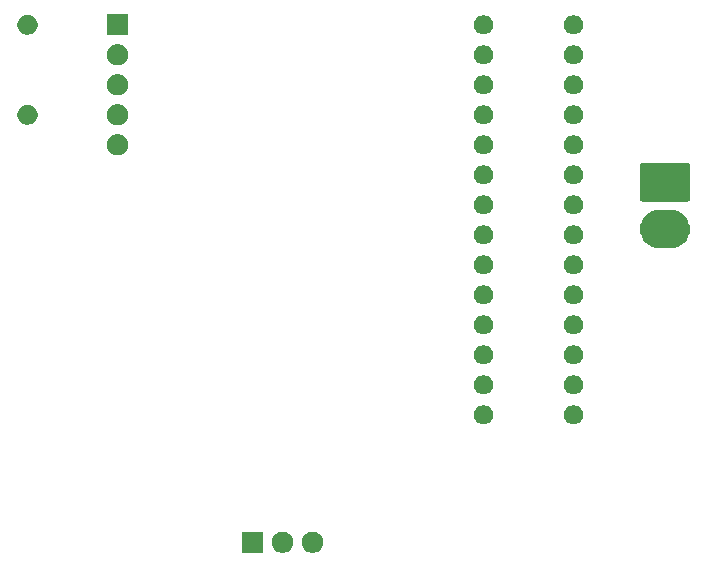
<source format=gbs>
G04 #@! TF.GenerationSoftware,KiCad,Pcbnew,(5.1.5)-3*
G04 #@! TF.CreationDate,2021-02-10T11:03:33-05:00*
G04 #@! TF.ProjectId,PCB,5043422e-6b69-4636-9164-5f7063625858,rev?*
G04 #@! TF.SameCoordinates,Original*
G04 #@! TF.FileFunction,Soldermask,Bot*
G04 #@! TF.FilePolarity,Negative*
%FSLAX46Y46*%
G04 Gerber Fmt 4.6, Leading zero omitted, Abs format (unit mm)*
G04 Created by KiCad (PCBNEW (5.1.5)-3) date 2021-02-10 11:03:33*
%MOMM*%
%LPD*%
G04 APERTURE LIST*
%ADD10C,0.100000*%
G04 APERTURE END LIST*
D10*
G36*
X125241732Y-127380739D02*
G01*
X125357754Y-127403817D01*
X125521689Y-127471721D01*
X125669227Y-127570303D01*
X125794697Y-127695773D01*
X125893279Y-127843311D01*
X125961183Y-128007246D01*
X125995800Y-128181279D01*
X125995800Y-128358721D01*
X125961183Y-128532754D01*
X125893279Y-128696689D01*
X125794697Y-128844227D01*
X125669227Y-128969697D01*
X125521689Y-129068279D01*
X125357754Y-129136183D01*
X125241732Y-129159261D01*
X125183722Y-129170800D01*
X125006278Y-129170800D01*
X124948268Y-129159261D01*
X124832246Y-129136183D01*
X124668311Y-129068279D01*
X124520773Y-128969697D01*
X124395303Y-128844227D01*
X124296721Y-128696689D01*
X124228817Y-128532754D01*
X124194200Y-128358721D01*
X124194200Y-128181279D01*
X124228817Y-128007246D01*
X124296721Y-127843311D01*
X124395303Y-127695773D01*
X124520773Y-127570303D01*
X124668311Y-127471721D01*
X124832246Y-127403817D01*
X124948268Y-127380739D01*
X125006278Y-127369200D01*
X125183722Y-127369200D01*
X125241732Y-127380739D01*
G37*
G36*
X122701732Y-127380739D02*
G01*
X122817754Y-127403817D01*
X122981689Y-127471721D01*
X123129227Y-127570303D01*
X123254697Y-127695773D01*
X123353279Y-127843311D01*
X123421183Y-128007246D01*
X123455800Y-128181279D01*
X123455800Y-128358721D01*
X123421183Y-128532754D01*
X123353279Y-128696689D01*
X123254697Y-128844227D01*
X123129227Y-128969697D01*
X122981689Y-129068279D01*
X122817754Y-129136183D01*
X122701732Y-129159261D01*
X122643722Y-129170800D01*
X122466278Y-129170800D01*
X122408268Y-129159261D01*
X122292246Y-129136183D01*
X122128311Y-129068279D01*
X121980773Y-128969697D01*
X121855303Y-128844227D01*
X121756721Y-128696689D01*
X121688817Y-128532754D01*
X121654200Y-128358721D01*
X121654200Y-128181279D01*
X121688817Y-128007246D01*
X121756721Y-127843311D01*
X121855303Y-127695773D01*
X121980773Y-127570303D01*
X122128311Y-127471721D01*
X122292246Y-127403817D01*
X122408268Y-127380739D01*
X122466278Y-127369200D01*
X122643722Y-127369200D01*
X122701732Y-127380739D01*
G37*
G36*
X120915800Y-129170800D02*
G01*
X119114200Y-129170800D01*
X119114200Y-127369200D01*
X120915800Y-127369200D01*
X120915800Y-129170800D01*
G37*
G36*
X147430085Y-116693435D02*
G01*
X147578004Y-116754705D01*
X147578005Y-116754706D01*
X147711130Y-116843657D01*
X147824343Y-116956870D01*
X147824344Y-116956872D01*
X147913295Y-117089996D01*
X147974565Y-117237915D01*
X148005800Y-117394945D01*
X148005800Y-117555055D01*
X147974565Y-117712085D01*
X147913295Y-117860004D01*
X147913294Y-117860005D01*
X147824343Y-117993130D01*
X147711130Y-118106343D01*
X147644115Y-118151121D01*
X147578004Y-118195295D01*
X147430085Y-118256565D01*
X147273055Y-118287800D01*
X147112945Y-118287800D01*
X146955915Y-118256565D01*
X146807996Y-118195295D01*
X146741885Y-118151121D01*
X146674870Y-118106343D01*
X146561657Y-117993130D01*
X146472706Y-117860005D01*
X146472705Y-117860004D01*
X146411435Y-117712085D01*
X146380200Y-117555055D01*
X146380200Y-117394945D01*
X146411435Y-117237915D01*
X146472705Y-117089996D01*
X146561656Y-116956872D01*
X146561657Y-116956870D01*
X146674870Y-116843657D01*
X146807995Y-116754706D01*
X146807996Y-116754705D01*
X146955915Y-116693435D01*
X147112945Y-116662200D01*
X147273055Y-116662200D01*
X147430085Y-116693435D01*
G37*
G36*
X139810085Y-116693435D02*
G01*
X139958004Y-116754705D01*
X139958005Y-116754706D01*
X140091130Y-116843657D01*
X140204343Y-116956870D01*
X140204344Y-116956872D01*
X140293295Y-117089996D01*
X140354565Y-117237915D01*
X140385800Y-117394945D01*
X140385800Y-117555055D01*
X140354565Y-117712085D01*
X140293295Y-117860004D01*
X140293294Y-117860005D01*
X140204343Y-117993130D01*
X140091130Y-118106343D01*
X140024115Y-118151121D01*
X139958004Y-118195295D01*
X139810085Y-118256565D01*
X139653055Y-118287800D01*
X139492945Y-118287800D01*
X139335915Y-118256565D01*
X139187996Y-118195295D01*
X139121885Y-118151121D01*
X139054870Y-118106343D01*
X138941657Y-117993130D01*
X138852706Y-117860005D01*
X138852705Y-117860004D01*
X138791435Y-117712085D01*
X138760200Y-117555055D01*
X138760200Y-117394945D01*
X138791435Y-117237915D01*
X138852705Y-117089996D01*
X138941656Y-116956872D01*
X138941657Y-116956870D01*
X139054870Y-116843657D01*
X139187995Y-116754706D01*
X139187996Y-116754705D01*
X139335915Y-116693435D01*
X139492945Y-116662200D01*
X139653055Y-116662200D01*
X139810085Y-116693435D01*
G37*
G36*
X139810085Y-114153435D02*
G01*
X139958004Y-114214705D01*
X139958005Y-114214706D01*
X140091130Y-114303657D01*
X140204343Y-114416870D01*
X140204344Y-114416872D01*
X140293295Y-114549996D01*
X140354565Y-114697915D01*
X140385800Y-114854945D01*
X140385800Y-115015055D01*
X140354565Y-115172085D01*
X140293295Y-115320004D01*
X140293294Y-115320005D01*
X140204343Y-115453130D01*
X140091130Y-115566343D01*
X140024115Y-115611121D01*
X139958004Y-115655295D01*
X139810085Y-115716565D01*
X139653055Y-115747800D01*
X139492945Y-115747800D01*
X139335915Y-115716565D01*
X139187996Y-115655295D01*
X139121885Y-115611121D01*
X139054870Y-115566343D01*
X138941657Y-115453130D01*
X138852706Y-115320005D01*
X138852705Y-115320004D01*
X138791435Y-115172085D01*
X138760200Y-115015055D01*
X138760200Y-114854945D01*
X138791435Y-114697915D01*
X138852705Y-114549996D01*
X138941656Y-114416872D01*
X138941657Y-114416870D01*
X139054870Y-114303657D01*
X139187995Y-114214706D01*
X139187996Y-114214705D01*
X139335915Y-114153435D01*
X139492945Y-114122200D01*
X139653055Y-114122200D01*
X139810085Y-114153435D01*
G37*
G36*
X147430085Y-114153435D02*
G01*
X147578004Y-114214705D01*
X147578005Y-114214706D01*
X147711130Y-114303657D01*
X147824343Y-114416870D01*
X147824344Y-114416872D01*
X147913295Y-114549996D01*
X147974565Y-114697915D01*
X148005800Y-114854945D01*
X148005800Y-115015055D01*
X147974565Y-115172085D01*
X147913295Y-115320004D01*
X147913294Y-115320005D01*
X147824343Y-115453130D01*
X147711130Y-115566343D01*
X147644115Y-115611121D01*
X147578004Y-115655295D01*
X147430085Y-115716565D01*
X147273055Y-115747800D01*
X147112945Y-115747800D01*
X146955915Y-115716565D01*
X146807996Y-115655295D01*
X146741885Y-115611121D01*
X146674870Y-115566343D01*
X146561657Y-115453130D01*
X146472706Y-115320005D01*
X146472705Y-115320004D01*
X146411435Y-115172085D01*
X146380200Y-115015055D01*
X146380200Y-114854945D01*
X146411435Y-114697915D01*
X146472705Y-114549996D01*
X146561656Y-114416872D01*
X146561657Y-114416870D01*
X146674870Y-114303657D01*
X146807995Y-114214706D01*
X146807996Y-114214705D01*
X146955915Y-114153435D01*
X147112945Y-114122200D01*
X147273055Y-114122200D01*
X147430085Y-114153435D01*
G37*
G36*
X139810085Y-111613435D02*
G01*
X139958004Y-111674705D01*
X139958005Y-111674706D01*
X140091130Y-111763657D01*
X140204343Y-111876870D01*
X140204344Y-111876872D01*
X140293295Y-112009996D01*
X140354565Y-112157915D01*
X140385800Y-112314945D01*
X140385800Y-112475055D01*
X140354565Y-112632085D01*
X140293295Y-112780004D01*
X140293294Y-112780005D01*
X140204343Y-112913130D01*
X140091130Y-113026343D01*
X140024115Y-113071121D01*
X139958004Y-113115295D01*
X139810085Y-113176565D01*
X139653055Y-113207800D01*
X139492945Y-113207800D01*
X139335915Y-113176565D01*
X139187996Y-113115295D01*
X139121885Y-113071121D01*
X139054870Y-113026343D01*
X138941657Y-112913130D01*
X138852706Y-112780005D01*
X138852705Y-112780004D01*
X138791435Y-112632085D01*
X138760200Y-112475055D01*
X138760200Y-112314945D01*
X138791435Y-112157915D01*
X138852705Y-112009996D01*
X138941656Y-111876872D01*
X138941657Y-111876870D01*
X139054870Y-111763657D01*
X139187995Y-111674706D01*
X139187996Y-111674705D01*
X139335915Y-111613435D01*
X139492945Y-111582200D01*
X139653055Y-111582200D01*
X139810085Y-111613435D01*
G37*
G36*
X147430085Y-111613435D02*
G01*
X147578004Y-111674705D01*
X147578005Y-111674706D01*
X147711130Y-111763657D01*
X147824343Y-111876870D01*
X147824344Y-111876872D01*
X147913295Y-112009996D01*
X147974565Y-112157915D01*
X148005800Y-112314945D01*
X148005800Y-112475055D01*
X147974565Y-112632085D01*
X147913295Y-112780004D01*
X147913294Y-112780005D01*
X147824343Y-112913130D01*
X147711130Y-113026343D01*
X147644115Y-113071121D01*
X147578004Y-113115295D01*
X147430085Y-113176565D01*
X147273055Y-113207800D01*
X147112945Y-113207800D01*
X146955915Y-113176565D01*
X146807996Y-113115295D01*
X146741885Y-113071121D01*
X146674870Y-113026343D01*
X146561657Y-112913130D01*
X146472706Y-112780005D01*
X146472705Y-112780004D01*
X146411435Y-112632085D01*
X146380200Y-112475055D01*
X146380200Y-112314945D01*
X146411435Y-112157915D01*
X146472705Y-112009996D01*
X146561656Y-111876872D01*
X146561657Y-111876870D01*
X146674870Y-111763657D01*
X146807995Y-111674706D01*
X146807996Y-111674705D01*
X146955915Y-111613435D01*
X147112945Y-111582200D01*
X147273055Y-111582200D01*
X147430085Y-111613435D01*
G37*
G36*
X139810085Y-109073435D02*
G01*
X139958004Y-109134705D01*
X139958005Y-109134706D01*
X140091130Y-109223657D01*
X140204343Y-109336870D01*
X140204344Y-109336872D01*
X140293295Y-109469996D01*
X140354565Y-109617915D01*
X140385800Y-109774945D01*
X140385800Y-109935055D01*
X140354565Y-110092085D01*
X140293295Y-110240004D01*
X140293294Y-110240005D01*
X140204343Y-110373130D01*
X140091130Y-110486343D01*
X140024115Y-110531121D01*
X139958004Y-110575295D01*
X139810085Y-110636565D01*
X139653055Y-110667800D01*
X139492945Y-110667800D01*
X139335915Y-110636565D01*
X139187996Y-110575295D01*
X139121885Y-110531121D01*
X139054870Y-110486343D01*
X138941657Y-110373130D01*
X138852706Y-110240005D01*
X138852705Y-110240004D01*
X138791435Y-110092085D01*
X138760200Y-109935055D01*
X138760200Y-109774945D01*
X138791435Y-109617915D01*
X138852705Y-109469996D01*
X138941656Y-109336872D01*
X138941657Y-109336870D01*
X139054870Y-109223657D01*
X139187995Y-109134706D01*
X139187996Y-109134705D01*
X139335915Y-109073435D01*
X139492945Y-109042200D01*
X139653055Y-109042200D01*
X139810085Y-109073435D01*
G37*
G36*
X147430085Y-109073435D02*
G01*
X147578004Y-109134705D01*
X147578005Y-109134706D01*
X147711130Y-109223657D01*
X147824343Y-109336870D01*
X147824344Y-109336872D01*
X147913295Y-109469996D01*
X147974565Y-109617915D01*
X148005800Y-109774945D01*
X148005800Y-109935055D01*
X147974565Y-110092085D01*
X147913295Y-110240004D01*
X147913294Y-110240005D01*
X147824343Y-110373130D01*
X147711130Y-110486343D01*
X147644115Y-110531121D01*
X147578004Y-110575295D01*
X147430085Y-110636565D01*
X147273055Y-110667800D01*
X147112945Y-110667800D01*
X146955915Y-110636565D01*
X146807996Y-110575295D01*
X146741885Y-110531121D01*
X146674870Y-110486343D01*
X146561657Y-110373130D01*
X146472706Y-110240005D01*
X146472705Y-110240004D01*
X146411435Y-110092085D01*
X146380200Y-109935055D01*
X146380200Y-109774945D01*
X146411435Y-109617915D01*
X146472705Y-109469996D01*
X146561656Y-109336872D01*
X146561657Y-109336870D01*
X146674870Y-109223657D01*
X146807995Y-109134706D01*
X146807996Y-109134705D01*
X146955915Y-109073435D01*
X147112945Y-109042200D01*
X147273055Y-109042200D01*
X147430085Y-109073435D01*
G37*
G36*
X139810085Y-106533435D02*
G01*
X139958004Y-106594705D01*
X139958005Y-106594706D01*
X140091130Y-106683657D01*
X140204343Y-106796870D01*
X140204344Y-106796872D01*
X140293295Y-106929996D01*
X140354565Y-107077915D01*
X140385800Y-107234945D01*
X140385800Y-107395055D01*
X140354565Y-107552085D01*
X140293295Y-107700004D01*
X140293294Y-107700005D01*
X140204343Y-107833130D01*
X140091130Y-107946343D01*
X140024115Y-107991121D01*
X139958004Y-108035295D01*
X139810085Y-108096565D01*
X139653055Y-108127800D01*
X139492945Y-108127800D01*
X139335915Y-108096565D01*
X139187996Y-108035295D01*
X139121885Y-107991121D01*
X139054870Y-107946343D01*
X138941657Y-107833130D01*
X138852706Y-107700005D01*
X138852705Y-107700004D01*
X138791435Y-107552085D01*
X138760200Y-107395055D01*
X138760200Y-107234945D01*
X138791435Y-107077915D01*
X138852705Y-106929996D01*
X138941656Y-106796872D01*
X138941657Y-106796870D01*
X139054870Y-106683657D01*
X139187995Y-106594706D01*
X139187996Y-106594705D01*
X139335915Y-106533435D01*
X139492945Y-106502200D01*
X139653055Y-106502200D01*
X139810085Y-106533435D01*
G37*
G36*
X147430085Y-106533435D02*
G01*
X147578004Y-106594705D01*
X147578005Y-106594706D01*
X147711130Y-106683657D01*
X147824343Y-106796870D01*
X147824344Y-106796872D01*
X147913295Y-106929996D01*
X147974565Y-107077915D01*
X148005800Y-107234945D01*
X148005800Y-107395055D01*
X147974565Y-107552085D01*
X147913295Y-107700004D01*
X147913294Y-107700005D01*
X147824343Y-107833130D01*
X147711130Y-107946343D01*
X147644115Y-107991121D01*
X147578004Y-108035295D01*
X147430085Y-108096565D01*
X147273055Y-108127800D01*
X147112945Y-108127800D01*
X146955915Y-108096565D01*
X146807996Y-108035295D01*
X146741885Y-107991121D01*
X146674870Y-107946343D01*
X146561657Y-107833130D01*
X146472706Y-107700005D01*
X146472705Y-107700004D01*
X146411435Y-107552085D01*
X146380200Y-107395055D01*
X146380200Y-107234945D01*
X146411435Y-107077915D01*
X146472705Y-106929996D01*
X146561656Y-106796872D01*
X146561657Y-106796870D01*
X146674870Y-106683657D01*
X146807995Y-106594706D01*
X146807996Y-106594705D01*
X146955915Y-106533435D01*
X147112945Y-106502200D01*
X147273055Y-106502200D01*
X147430085Y-106533435D01*
G37*
G36*
X139810085Y-103993435D02*
G01*
X139958004Y-104054705D01*
X139958005Y-104054706D01*
X140091130Y-104143657D01*
X140204343Y-104256870D01*
X140204344Y-104256872D01*
X140293295Y-104389996D01*
X140354565Y-104537915D01*
X140385800Y-104694945D01*
X140385800Y-104855055D01*
X140354565Y-105012085D01*
X140293295Y-105160004D01*
X140293294Y-105160005D01*
X140204343Y-105293130D01*
X140091130Y-105406343D01*
X140024115Y-105451121D01*
X139958004Y-105495295D01*
X139810085Y-105556565D01*
X139653055Y-105587800D01*
X139492945Y-105587800D01*
X139335915Y-105556565D01*
X139187996Y-105495295D01*
X139121885Y-105451121D01*
X139054870Y-105406343D01*
X138941657Y-105293130D01*
X138852706Y-105160005D01*
X138852705Y-105160004D01*
X138791435Y-105012085D01*
X138760200Y-104855055D01*
X138760200Y-104694945D01*
X138791435Y-104537915D01*
X138852705Y-104389996D01*
X138941656Y-104256872D01*
X138941657Y-104256870D01*
X139054870Y-104143657D01*
X139187995Y-104054706D01*
X139187996Y-104054705D01*
X139335915Y-103993435D01*
X139492945Y-103962200D01*
X139653055Y-103962200D01*
X139810085Y-103993435D01*
G37*
G36*
X147430085Y-103993435D02*
G01*
X147578004Y-104054705D01*
X147578005Y-104054706D01*
X147711130Y-104143657D01*
X147824343Y-104256870D01*
X147824344Y-104256872D01*
X147913295Y-104389996D01*
X147974565Y-104537915D01*
X148005800Y-104694945D01*
X148005800Y-104855055D01*
X147974565Y-105012085D01*
X147913295Y-105160004D01*
X147913294Y-105160005D01*
X147824343Y-105293130D01*
X147711130Y-105406343D01*
X147644115Y-105451121D01*
X147578004Y-105495295D01*
X147430085Y-105556565D01*
X147273055Y-105587800D01*
X147112945Y-105587800D01*
X146955915Y-105556565D01*
X146807996Y-105495295D01*
X146741885Y-105451121D01*
X146674870Y-105406343D01*
X146561657Y-105293130D01*
X146472706Y-105160005D01*
X146472705Y-105160004D01*
X146411435Y-105012085D01*
X146380200Y-104855055D01*
X146380200Y-104694945D01*
X146411435Y-104537915D01*
X146472705Y-104389996D01*
X146561656Y-104256872D01*
X146561657Y-104256870D01*
X146674870Y-104143657D01*
X146807995Y-104054706D01*
X146807996Y-104054705D01*
X146955915Y-103993435D01*
X147112945Y-103962200D01*
X147273055Y-103962200D01*
X147430085Y-103993435D01*
G37*
G36*
X155729689Y-100142796D02*
G01*
X155729692Y-100142797D01*
X155729693Y-100142797D01*
X156037100Y-100236048D01*
X156037103Y-100236050D01*
X156037104Y-100236050D01*
X156320407Y-100387478D01*
X156568729Y-100591271D01*
X156772522Y-100839593D01*
X156923950Y-101122896D01*
X156923952Y-101122900D01*
X157014744Y-101422200D01*
X157017204Y-101430311D01*
X157048690Y-101750000D01*
X157017204Y-102069689D01*
X157017203Y-102069692D01*
X157017203Y-102069693D01*
X156923952Y-102377100D01*
X156923950Y-102377103D01*
X156923950Y-102377104D01*
X156772522Y-102660407D01*
X156568729Y-102908729D01*
X156320407Y-103112522D01*
X156037104Y-103263950D01*
X156037100Y-103263952D01*
X155729693Y-103357203D01*
X155729692Y-103357203D01*
X155729689Y-103357204D01*
X155490112Y-103380800D01*
X154389888Y-103380800D01*
X154150311Y-103357204D01*
X154150308Y-103357203D01*
X154150307Y-103357203D01*
X153842900Y-103263952D01*
X153842896Y-103263950D01*
X153559593Y-103112522D01*
X153311271Y-102908729D01*
X153107478Y-102660407D01*
X152956050Y-102377104D01*
X152956050Y-102377103D01*
X152956048Y-102377100D01*
X152862797Y-102069693D01*
X152862797Y-102069692D01*
X152862796Y-102069689D01*
X152831310Y-101750000D01*
X152862796Y-101430311D01*
X152865256Y-101422200D01*
X152956048Y-101122900D01*
X152956050Y-101122896D01*
X153107478Y-100839593D01*
X153311271Y-100591271D01*
X153559593Y-100387478D01*
X153842896Y-100236050D01*
X153842897Y-100236050D01*
X153842900Y-100236048D01*
X154150307Y-100142797D01*
X154150308Y-100142797D01*
X154150311Y-100142796D01*
X154389888Y-100119200D01*
X155490112Y-100119200D01*
X155729689Y-100142796D01*
G37*
G36*
X147430085Y-101453435D02*
G01*
X147578004Y-101514705D01*
X147578005Y-101514706D01*
X147711130Y-101603657D01*
X147824343Y-101716870D01*
X147824344Y-101716872D01*
X147913295Y-101849996D01*
X147974565Y-101997915D01*
X148005800Y-102154945D01*
X148005800Y-102315055D01*
X147974565Y-102472085D01*
X147913295Y-102620004D01*
X147913294Y-102620005D01*
X147824343Y-102753130D01*
X147711130Y-102866343D01*
X147647695Y-102908729D01*
X147578004Y-102955295D01*
X147430085Y-103016565D01*
X147273055Y-103047800D01*
X147112945Y-103047800D01*
X146955915Y-103016565D01*
X146807996Y-102955295D01*
X146738305Y-102908729D01*
X146674870Y-102866343D01*
X146561657Y-102753130D01*
X146472706Y-102620005D01*
X146472705Y-102620004D01*
X146411435Y-102472085D01*
X146380200Y-102315055D01*
X146380200Y-102154945D01*
X146411435Y-101997915D01*
X146472705Y-101849996D01*
X146561656Y-101716872D01*
X146561657Y-101716870D01*
X146674870Y-101603657D01*
X146807995Y-101514706D01*
X146807996Y-101514705D01*
X146955915Y-101453435D01*
X147112945Y-101422200D01*
X147273055Y-101422200D01*
X147430085Y-101453435D01*
G37*
G36*
X139810085Y-101453435D02*
G01*
X139958004Y-101514705D01*
X139958005Y-101514706D01*
X140091130Y-101603657D01*
X140204343Y-101716870D01*
X140204344Y-101716872D01*
X140293295Y-101849996D01*
X140354565Y-101997915D01*
X140385800Y-102154945D01*
X140385800Y-102315055D01*
X140354565Y-102472085D01*
X140293295Y-102620004D01*
X140293294Y-102620005D01*
X140204343Y-102753130D01*
X140091130Y-102866343D01*
X140027695Y-102908729D01*
X139958004Y-102955295D01*
X139810085Y-103016565D01*
X139653055Y-103047800D01*
X139492945Y-103047800D01*
X139335915Y-103016565D01*
X139187996Y-102955295D01*
X139118305Y-102908729D01*
X139054870Y-102866343D01*
X138941657Y-102753130D01*
X138852706Y-102620005D01*
X138852705Y-102620004D01*
X138791435Y-102472085D01*
X138760200Y-102315055D01*
X138760200Y-102154945D01*
X138791435Y-101997915D01*
X138852705Y-101849996D01*
X138941656Y-101716872D01*
X138941657Y-101716870D01*
X139054870Y-101603657D01*
X139187995Y-101514706D01*
X139187996Y-101514705D01*
X139335915Y-101453435D01*
X139492945Y-101422200D01*
X139653055Y-101422200D01*
X139810085Y-101453435D01*
G37*
G36*
X147430085Y-98913435D02*
G01*
X147578004Y-98974705D01*
X147578005Y-98974706D01*
X147711130Y-99063657D01*
X147824343Y-99176870D01*
X147824344Y-99176872D01*
X147913295Y-99309996D01*
X147974565Y-99457915D01*
X148005800Y-99614945D01*
X148005800Y-99775055D01*
X147974565Y-99932085D01*
X147913295Y-100080004D01*
X147913294Y-100080005D01*
X147824343Y-100213130D01*
X147711130Y-100326343D01*
X147644115Y-100371121D01*
X147578004Y-100415295D01*
X147430085Y-100476565D01*
X147273055Y-100507800D01*
X147112945Y-100507800D01*
X146955915Y-100476565D01*
X146807996Y-100415295D01*
X146741885Y-100371121D01*
X146674870Y-100326343D01*
X146561657Y-100213130D01*
X146472706Y-100080005D01*
X146472705Y-100080004D01*
X146411435Y-99932085D01*
X146380200Y-99775055D01*
X146380200Y-99614945D01*
X146411435Y-99457915D01*
X146472705Y-99309996D01*
X146561656Y-99176872D01*
X146561657Y-99176870D01*
X146674870Y-99063657D01*
X146807995Y-98974706D01*
X146807996Y-98974705D01*
X146955915Y-98913435D01*
X147112945Y-98882200D01*
X147273055Y-98882200D01*
X147430085Y-98913435D01*
G37*
G36*
X139810085Y-98913435D02*
G01*
X139958004Y-98974705D01*
X139958005Y-98974706D01*
X140091130Y-99063657D01*
X140204343Y-99176870D01*
X140204344Y-99176872D01*
X140293295Y-99309996D01*
X140354565Y-99457915D01*
X140385800Y-99614945D01*
X140385800Y-99775055D01*
X140354565Y-99932085D01*
X140293295Y-100080004D01*
X140293294Y-100080005D01*
X140204343Y-100213130D01*
X140091130Y-100326343D01*
X140024115Y-100371121D01*
X139958004Y-100415295D01*
X139810085Y-100476565D01*
X139653055Y-100507800D01*
X139492945Y-100507800D01*
X139335915Y-100476565D01*
X139187996Y-100415295D01*
X139121885Y-100371121D01*
X139054870Y-100326343D01*
X138941657Y-100213130D01*
X138852706Y-100080005D01*
X138852705Y-100080004D01*
X138791435Y-99932085D01*
X138760200Y-99775055D01*
X138760200Y-99614945D01*
X138791435Y-99457915D01*
X138852705Y-99309996D01*
X138941656Y-99176872D01*
X138941657Y-99176870D01*
X139054870Y-99063657D01*
X139187995Y-98974706D01*
X139187996Y-98974705D01*
X139335915Y-98913435D01*
X139492945Y-98882200D01*
X139653055Y-98882200D01*
X139810085Y-98913435D01*
G37*
G36*
X156917678Y-96162729D02*
G01*
X156946232Y-96171391D01*
X156972548Y-96185457D01*
X156995614Y-96204386D01*
X157014543Y-96227452D01*
X157028609Y-96253768D01*
X157037271Y-96282322D01*
X157040800Y-96318157D01*
X157040800Y-99261843D01*
X157037271Y-99297678D01*
X157028609Y-99326232D01*
X157014543Y-99352548D01*
X156995614Y-99375614D01*
X156972548Y-99394543D01*
X156946232Y-99408609D01*
X156917678Y-99417271D01*
X156881843Y-99420800D01*
X152998157Y-99420800D01*
X152962322Y-99417271D01*
X152933768Y-99408609D01*
X152907452Y-99394543D01*
X152884386Y-99375614D01*
X152865457Y-99352548D01*
X152851391Y-99326232D01*
X152842729Y-99297678D01*
X152839200Y-99261843D01*
X152839200Y-96318157D01*
X152842729Y-96282322D01*
X152851391Y-96253768D01*
X152865457Y-96227452D01*
X152884386Y-96204386D01*
X152907452Y-96185457D01*
X152933768Y-96171391D01*
X152962322Y-96162729D01*
X152998157Y-96159200D01*
X156881843Y-96159200D01*
X156917678Y-96162729D01*
G37*
G36*
X139810085Y-96373435D02*
G01*
X139958004Y-96434705D01*
X139958005Y-96434706D01*
X140091130Y-96523657D01*
X140204343Y-96636870D01*
X140204344Y-96636872D01*
X140293295Y-96769996D01*
X140354565Y-96917915D01*
X140385800Y-97074945D01*
X140385800Y-97235055D01*
X140354565Y-97392085D01*
X140293295Y-97540004D01*
X140293294Y-97540005D01*
X140204343Y-97673130D01*
X140091130Y-97786343D01*
X140024115Y-97831121D01*
X139958004Y-97875295D01*
X139810085Y-97936565D01*
X139653055Y-97967800D01*
X139492945Y-97967800D01*
X139335915Y-97936565D01*
X139187996Y-97875295D01*
X139121885Y-97831121D01*
X139054870Y-97786343D01*
X138941657Y-97673130D01*
X138852706Y-97540005D01*
X138852705Y-97540004D01*
X138791435Y-97392085D01*
X138760200Y-97235055D01*
X138760200Y-97074945D01*
X138791435Y-96917915D01*
X138852705Y-96769996D01*
X138941656Y-96636872D01*
X138941657Y-96636870D01*
X139054870Y-96523657D01*
X139187995Y-96434706D01*
X139187996Y-96434705D01*
X139335915Y-96373435D01*
X139492945Y-96342200D01*
X139653055Y-96342200D01*
X139810085Y-96373435D01*
G37*
G36*
X147430085Y-96373435D02*
G01*
X147578004Y-96434705D01*
X147578005Y-96434706D01*
X147711130Y-96523657D01*
X147824343Y-96636870D01*
X147824344Y-96636872D01*
X147913295Y-96769996D01*
X147974565Y-96917915D01*
X148005800Y-97074945D01*
X148005800Y-97235055D01*
X147974565Y-97392085D01*
X147913295Y-97540004D01*
X147913294Y-97540005D01*
X147824343Y-97673130D01*
X147711130Y-97786343D01*
X147644115Y-97831121D01*
X147578004Y-97875295D01*
X147430085Y-97936565D01*
X147273055Y-97967800D01*
X147112945Y-97967800D01*
X146955915Y-97936565D01*
X146807996Y-97875295D01*
X146741885Y-97831121D01*
X146674870Y-97786343D01*
X146561657Y-97673130D01*
X146472706Y-97540005D01*
X146472705Y-97540004D01*
X146411435Y-97392085D01*
X146380200Y-97235055D01*
X146380200Y-97074945D01*
X146411435Y-96917915D01*
X146472705Y-96769996D01*
X146561656Y-96636872D01*
X146561657Y-96636870D01*
X146674870Y-96523657D01*
X146807995Y-96434706D01*
X146807996Y-96434705D01*
X146955915Y-96373435D01*
X147112945Y-96342200D01*
X147273055Y-96342200D01*
X147430085Y-96373435D01*
G37*
G36*
X108731732Y-93725739D02*
G01*
X108847754Y-93748817D01*
X109011689Y-93816721D01*
X109159227Y-93915303D01*
X109284697Y-94040773D01*
X109383279Y-94188311D01*
X109451183Y-94352246D01*
X109485800Y-94526279D01*
X109485800Y-94703721D01*
X109451183Y-94877754D01*
X109383279Y-95041689D01*
X109284697Y-95189227D01*
X109159227Y-95314697D01*
X109011689Y-95413279D01*
X108847754Y-95481183D01*
X108731732Y-95504261D01*
X108673722Y-95515800D01*
X108496278Y-95515800D01*
X108438268Y-95504261D01*
X108322246Y-95481183D01*
X108158311Y-95413279D01*
X108010773Y-95314697D01*
X107885303Y-95189227D01*
X107786721Y-95041689D01*
X107718817Y-94877754D01*
X107684200Y-94703721D01*
X107684200Y-94526279D01*
X107718817Y-94352246D01*
X107786721Y-94188311D01*
X107885303Y-94040773D01*
X108010773Y-93915303D01*
X108158311Y-93816721D01*
X108322246Y-93748817D01*
X108438268Y-93725739D01*
X108496278Y-93714200D01*
X108673722Y-93714200D01*
X108731732Y-93725739D01*
G37*
G36*
X139810085Y-93833435D02*
G01*
X139958004Y-93894705D01*
X139958005Y-93894706D01*
X140091130Y-93983657D01*
X140204343Y-94096870D01*
X140204344Y-94096872D01*
X140293295Y-94229996D01*
X140354565Y-94377915D01*
X140385800Y-94534945D01*
X140385800Y-94695055D01*
X140354565Y-94852085D01*
X140293295Y-95000004D01*
X140293294Y-95000005D01*
X140204343Y-95133130D01*
X140091130Y-95246343D01*
X140024115Y-95291121D01*
X139958004Y-95335295D01*
X139810085Y-95396565D01*
X139653055Y-95427800D01*
X139492945Y-95427800D01*
X139335915Y-95396565D01*
X139187996Y-95335295D01*
X139121885Y-95291121D01*
X139054870Y-95246343D01*
X138941657Y-95133130D01*
X138852706Y-95000005D01*
X138852705Y-95000004D01*
X138791435Y-94852085D01*
X138760200Y-94695055D01*
X138760200Y-94534945D01*
X138791435Y-94377915D01*
X138852705Y-94229996D01*
X138941656Y-94096872D01*
X138941657Y-94096870D01*
X139054870Y-93983657D01*
X139187995Y-93894706D01*
X139187996Y-93894705D01*
X139335915Y-93833435D01*
X139492945Y-93802200D01*
X139653055Y-93802200D01*
X139810085Y-93833435D01*
G37*
G36*
X147430085Y-93833435D02*
G01*
X147578004Y-93894705D01*
X147578005Y-93894706D01*
X147711130Y-93983657D01*
X147824343Y-94096870D01*
X147824344Y-94096872D01*
X147913295Y-94229996D01*
X147974565Y-94377915D01*
X148005800Y-94534945D01*
X148005800Y-94695055D01*
X147974565Y-94852085D01*
X147913295Y-95000004D01*
X147913294Y-95000005D01*
X147824343Y-95133130D01*
X147711130Y-95246343D01*
X147644115Y-95291121D01*
X147578004Y-95335295D01*
X147430085Y-95396565D01*
X147273055Y-95427800D01*
X147112945Y-95427800D01*
X146955915Y-95396565D01*
X146807996Y-95335295D01*
X146741885Y-95291121D01*
X146674870Y-95246343D01*
X146561657Y-95133130D01*
X146472706Y-95000005D01*
X146472705Y-95000004D01*
X146411435Y-94852085D01*
X146380200Y-94695055D01*
X146380200Y-94534945D01*
X146411435Y-94377915D01*
X146472705Y-94229996D01*
X146561656Y-94096872D01*
X146561657Y-94096870D01*
X146674870Y-93983657D01*
X146807995Y-93894706D01*
X146807996Y-93894705D01*
X146955915Y-93833435D01*
X147112945Y-93802200D01*
X147273055Y-93802200D01*
X147430085Y-93833435D01*
G37*
G36*
X108731732Y-91185739D02*
G01*
X108847754Y-91208817D01*
X109011689Y-91276721D01*
X109159227Y-91375303D01*
X109284697Y-91500773D01*
X109383279Y-91648311D01*
X109451183Y-91812246D01*
X109485800Y-91986279D01*
X109485800Y-92163721D01*
X109451183Y-92337754D01*
X109383279Y-92501689D01*
X109284697Y-92649227D01*
X109159227Y-92774697D01*
X109011689Y-92873279D01*
X108847754Y-92941183D01*
X108731732Y-92964261D01*
X108673722Y-92975800D01*
X108496278Y-92975800D01*
X108438268Y-92964261D01*
X108322246Y-92941183D01*
X108158311Y-92873279D01*
X108010773Y-92774697D01*
X107885303Y-92649227D01*
X107786721Y-92501689D01*
X107718817Y-92337754D01*
X107684200Y-92163721D01*
X107684200Y-91986279D01*
X107718817Y-91812246D01*
X107786721Y-91648311D01*
X107885303Y-91500773D01*
X108010773Y-91375303D01*
X108158311Y-91276721D01*
X108322246Y-91208817D01*
X108438268Y-91185739D01*
X108496278Y-91174200D01*
X108673722Y-91174200D01*
X108731732Y-91185739D01*
G37*
G36*
X101213169Y-91256895D02*
G01*
X101368005Y-91321031D01*
X101507354Y-91414140D01*
X101625860Y-91532646D01*
X101718969Y-91671995D01*
X101783105Y-91826831D01*
X101815800Y-91991203D01*
X101815800Y-92158797D01*
X101783105Y-92323169D01*
X101718969Y-92478005D01*
X101625860Y-92617354D01*
X101507354Y-92735860D01*
X101368005Y-92828969D01*
X101213169Y-92893105D01*
X101048797Y-92925800D01*
X100881203Y-92925800D01*
X100716831Y-92893105D01*
X100561995Y-92828969D01*
X100422646Y-92735860D01*
X100304140Y-92617354D01*
X100211031Y-92478005D01*
X100146895Y-92323169D01*
X100114200Y-92158797D01*
X100114200Y-91991203D01*
X100146895Y-91826831D01*
X100211031Y-91671995D01*
X100304140Y-91532646D01*
X100422646Y-91414140D01*
X100561995Y-91321031D01*
X100716831Y-91256895D01*
X100881203Y-91224200D01*
X101048797Y-91224200D01*
X101213169Y-91256895D01*
G37*
G36*
X147430085Y-91293435D02*
G01*
X147578004Y-91354705D01*
X147578005Y-91354706D01*
X147711130Y-91443657D01*
X147824343Y-91556870D01*
X147824344Y-91556872D01*
X147913295Y-91689996D01*
X147974565Y-91837915D01*
X148005800Y-91994945D01*
X148005800Y-92155055D01*
X147974565Y-92312085D01*
X147913295Y-92460004D01*
X147913294Y-92460005D01*
X147824343Y-92593130D01*
X147711130Y-92706343D01*
X147644115Y-92751121D01*
X147578004Y-92795295D01*
X147430085Y-92856565D01*
X147273055Y-92887800D01*
X147112945Y-92887800D01*
X146955915Y-92856565D01*
X146807996Y-92795295D01*
X146741885Y-92751121D01*
X146674870Y-92706343D01*
X146561657Y-92593130D01*
X146472706Y-92460005D01*
X146472705Y-92460004D01*
X146411435Y-92312085D01*
X146380200Y-92155055D01*
X146380200Y-91994945D01*
X146411435Y-91837915D01*
X146472705Y-91689996D01*
X146561656Y-91556872D01*
X146561657Y-91556870D01*
X146674870Y-91443657D01*
X146807995Y-91354706D01*
X146807996Y-91354705D01*
X146955915Y-91293435D01*
X147112945Y-91262200D01*
X147273055Y-91262200D01*
X147430085Y-91293435D01*
G37*
G36*
X139810085Y-91293435D02*
G01*
X139958004Y-91354705D01*
X139958005Y-91354706D01*
X140091130Y-91443657D01*
X140204343Y-91556870D01*
X140204344Y-91556872D01*
X140293295Y-91689996D01*
X140354565Y-91837915D01*
X140385800Y-91994945D01*
X140385800Y-92155055D01*
X140354565Y-92312085D01*
X140293295Y-92460004D01*
X140293294Y-92460005D01*
X140204343Y-92593130D01*
X140091130Y-92706343D01*
X140024115Y-92751121D01*
X139958004Y-92795295D01*
X139810085Y-92856565D01*
X139653055Y-92887800D01*
X139492945Y-92887800D01*
X139335915Y-92856565D01*
X139187996Y-92795295D01*
X139121885Y-92751121D01*
X139054870Y-92706343D01*
X138941657Y-92593130D01*
X138852706Y-92460005D01*
X138852705Y-92460004D01*
X138791435Y-92312085D01*
X138760200Y-92155055D01*
X138760200Y-91994945D01*
X138791435Y-91837915D01*
X138852705Y-91689996D01*
X138941656Y-91556872D01*
X138941657Y-91556870D01*
X139054870Y-91443657D01*
X139187995Y-91354706D01*
X139187996Y-91354705D01*
X139335915Y-91293435D01*
X139492945Y-91262200D01*
X139653055Y-91262200D01*
X139810085Y-91293435D01*
G37*
G36*
X108731732Y-88645739D02*
G01*
X108847754Y-88668817D01*
X109011689Y-88736721D01*
X109159227Y-88835303D01*
X109284697Y-88960773D01*
X109383279Y-89108311D01*
X109451183Y-89272246D01*
X109485800Y-89446279D01*
X109485800Y-89623721D01*
X109451183Y-89797754D01*
X109383279Y-89961689D01*
X109284697Y-90109227D01*
X109159227Y-90234697D01*
X109011689Y-90333279D01*
X108847754Y-90401183D01*
X108731732Y-90424261D01*
X108673722Y-90435800D01*
X108496278Y-90435800D01*
X108438268Y-90424261D01*
X108322246Y-90401183D01*
X108158311Y-90333279D01*
X108010773Y-90234697D01*
X107885303Y-90109227D01*
X107786721Y-89961689D01*
X107718817Y-89797754D01*
X107684200Y-89623721D01*
X107684200Y-89446279D01*
X107718817Y-89272246D01*
X107786721Y-89108311D01*
X107885303Y-88960773D01*
X108010773Y-88835303D01*
X108158311Y-88736721D01*
X108322246Y-88668817D01*
X108438268Y-88645739D01*
X108496278Y-88634200D01*
X108673722Y-88634200D01*
X108731732Y-88645739D01*
G37*
G36*
X139810085Y-88753435D02*
G01*
X139958004Y-88814705D01*
X139958005Y-88814706D01*
X140091130Y-88903657D01*
X140204343Y-89016870D01*
X140204344Y-89016872D01*
X140293295Y-89149996D01*
X140354565Y-89297915D01*
X140385800Y-89454945D01*
X140385800Y-89615055D01*
X140354565Y-89772085D01*
X140293295Y-89920004D01*
X140293294Y-89920005D01*
X140204343Y-90053130D01*
X140091130Y-90166343D01*
X140024115Y-90211121D01*
X139958004Y-90255295D01*
X139810085Y-90316565D01*
X139653055Y-90347800D01*
X139492945Y-90347800D01*
X139335915Y-90316565D01*
X139187996Y-90255295D01*
X139121885Y-90211121D01*
X139054870Y-90166343D01*
X138941657Y-90053130D01*
X138852706Y-89920005D01*
X138852705Y-89920004D01*
X138791435Y-89772085D01*
X138760200Y-89615055D01*
X138760200Y-89454945D01*
X138791435Y-89297915D01*
X138852705Y-89149996D01*
X138941656Y-89016872D01*
X138941657Y-89016870D01*
X139054870Y-88903657D01*
X139187995Y-88814706D01*
X139187996Y-88814705D01*
X139335915Y-88753435D01*
X139492945Y-88722200D01*
X139653055Y-88722200D01*
X139810085Y-88753435D01*
G37*
G36*
X147430085Y-88753435D02*
G01*
X147578004Y-88814705D01*
X147578005Y-88814706D01*
X147711130Y-88903657D01*
X147824343Y-89016870D01*
X147824344Y-89016872D01*
X147913295Y-89149996D01*
X147974565Y-89297915D01*
X148005800Y-89454945D01*
X148005800Y-89615055D01*
X147974565Y-89772085D01*
X147913295Y-89920004D01*
X147913294Y-89920005D01*
X147824343Y-90053130D01*
X147711130Y-90166343D01*
X147644115Y-90211121D01*
X147578004Y-90255295D01*
X147430085Y-90316565D01*
X147273055Y-90347800D01*
X147112945Y-90347800D01*
X146955915Y-90316565D01*
X146807996Y-90255295D01*
X146741885Y-90211121D01*
X146674870Y-90166343D01*
X146561657Y-90053130D01*
X146472706Y-89920005D01*
X146472705Y-89920004D01*
X146411435Y-89772085D01*
X146380200Y-89615055D01*
X146380200Y-89454945D01*
X146411435Y-89297915D01*
X146472705Y-89149996D01*
X146561656Y-89016872D01*
X146561657Y-89016870D01*
X146674870Y-88903657D01*
X146807995Y-88814706D01*
X146807996Y-88814705D01*
X146955915Y-88753435D01*
X147112945Y-88722200D01*
X147273055Y-88722200D01*
X147430085Y-88753435D01*
G37*
G36*
X108731732Y-86105739D02*
G01*
X108847754Y-86128817D01*
X109011689Y-86196721D01*
X109159227Y-86295303D01*
X109284697Y-86420773D01*
X109383279Y-86568311D01*
X109451183Y-86732246D01*
X109485800Y-86906279D01*
X109485800Y-87083721D01*
X109451183Y-87257754D01*
X109383279Y-87421689D01*
X109284697Y-87569227D01*
X109159227Y-87694697D01*
X109011689Y-87793279D01*
X108847754Y-87861183D01*
X108731732Y-87884261D01*
X108673722Y-87895800D01*
X108496278Y-87895800D01*
X108438268Y-87884261D01*
X108322246Y-87861183D01*
X108158311Y-87793279D01*
X108010773Y-87694697D01*
X107885303Y-87569227D01*
X107786721Y-87421689D01*
X107718817Y-87257754D01*
X107684200Y-87083721D01*
X107684200Y-86906279D01*
X107718817Y-86732246D01*
X107786721Y-86568311D01*
X107885303Y-86420773D01*
X108010773Y-86295303D01*
X108158311Y-86196721D01*
X108322246Y-86128817D01*
X108438268Y-86105739D01*
X108496278Y-86094200D01*
X108673722Y-86094200D01*
X108731732Y-86105739D01*
G37*
G36*
X147430085Y-86213435D02*
G01*
X147578004Y-86274705D01*
X147578005Y-86274706D01*
X147711130Y-86363657D01*
X147824343Y-86476870D01*
X147824344Y-86476872D01*
X147913295Y-86609996D01*
X147974565Y-86757915D01*
X148005800Y-86914945D01*
X148005800Y-87075055D01*
X147974565Y-87232085D01*
X147913295Y-87380004D01*
X147913294Y-87380005D01*
X147824343Y-87513130D01*
X147711130Y-87626343D01*
X147644115Y-87671121D01*
X147578004Y-87715295D01*
X147430085Y-87776565D01*
X147273055Y-87807800D01*
X147112945Y-87807800D01*
X146955915Y-87776565D01*
X146807996Y-87715295D01*
X146741885Y-87671121D01*
X146674870Y-87626343D01*
X146561657Y-87513130D01*
X146472706Y-87380005D01*
X146472705Y-87380004D01*
X146411435Y-87232085D01*
X146380200Y-87075055D01*
X146380200Y-86914945D01*
X146411435Y-86757915D01*
X146472705Y-86609996D01*
X146561656Y-86476872D01*
X146561657Y-86476870D01*
X146674870Y-86363657D01*
X146807995Y-86274706D01*
X146807996Y-86274705D01*
X146955915Y-86213435D01*
X147112945Y-86182200D01*
X147273055Y-86182200D01*
X147430085Y-86213435D01*
G37*
G36*
X139810085Y-86213435D02*
G01*
X139958004Y-86274705D01*
X139958005Y-86274706D01*
X140091130Y-86363657D01*
X140204343Y-86476870D01*
X140204344Y-86476872D01*
X140293295Y-86609996D01*
X140354565Y-86757915D01*
X140385800Y-86914945D01*
X140385800Y-87075055D01*
X140354565Y-87232085D01*
X140293295Y-87380004D01*
X140293294Y-87380005D01*
X140204343Y-87513130D01*
X140091130Y-87626343D01*
X140024115Y-87671121D01*
X139958004Y-87715295D01*
X139810085Y-87776565D01*
X139653055Y-87807800D01*
X139492945Y-87807800D01*
X139335915Y-87776565D01*
X139187996Y-87715295D01*
X139121885Y-87671121D01*
X139054870Y-87626343D01*
X138941657Y-87513130D01*
X138852706Y-87380005D01*
X138852705Y-87380004D01*
X138791435Y-87232085D01*
X138760200Y-87075055D01*
X138760200Y-86914945D01*
X138791435Y-86757915D01*
X138852705Y-86609996D01*
X138941656Y-86476872D01*
X138941657Y-86476870D01*
X139054870Y-86363657D01*
X139187995Y-86274706D01*
X139187996Y-86274705D01*
X139335915Y-86213435D01*
X139492945Y-86182200D01*
X139653055Y-86182200D01*
X139810085Y-86213435D01*
G37*
G36*
X109485800Y-85355800D02*
G01*
X107684200Y-85355800D01*
X107684200Y-83554200D01*
X109485800Y-83554200D01*
X109485800Y-85355800D01*
G37*
G36*
X101213169Y-83636895D02*
G01*
X101368005Y-83701031D01*
X101507354Y-83794140D01*
X101625860Y-83912646D01*
X101718969Y-84051995D01*
X101783105Y-84206831D01*
X101815800Y-84371203D01*
X101815800Y-84538797D01*
X101783105Y-84703169D01*
X101718969Y-84858005D01*
X101625860Y-84997354D01*
X101507354Y-85115860D01*
X101368005Y-85208969D01*
X101213169Y-85273105D01*
X101048797Y-85305800D01*
X100881203Y-85305800D01*
X100716831Y-85273105D01*
X100561995Y-85208969D01*
X100422646Y-85115860D01*
X100304140Y-84997354D01*
X100211031Y-84858005D01*
X100146895Y-84703169D01*
X100114200Y-84538797D01*
X100114200Y-84371203D01*
X100146895Y-84206831D01*
X100211031Y-84051995D01*
X100304140Y-83912646D01*
X100422646Y-83794140D01*
X100561995Y-83701031D01*
X100716831Y-83636895D01*
X100881203Y-83604200D01*
X101048797Y-83604200D01*
X101213169Y-83636895D01*
G37*
G36*
X147430085Y-83673435D02*
G01*
X147578004Y-83734705D01*
X147578005Y-83734706D01*
X147711130Y-83823657D01*
X147824343Y-83936870D01*
X147824344Y-83936872D01*
X147913295Y-84069996D01*
X147974565Y-84217915D01*
X148005800Y-84374945D01*
X148005800Y-84535055D01*
X147974565Y-84692085D01*
X147913295Y-84840004D01*
X147913294Y-84840005D01*
X147824343Y-84973130D01*
X147711130Y-85086343D01*
X147644115Y-85131121D01*
X147578004Y-85175295D01*
X147430085Y-85236565D01*
X147273055Y-85267800D01*
X147112945Y-85267800D01*
X146955915Y-85236565D01*
X146807996Y-85175295D01*
X146741885Y-85131121D01*
X146674870Y-85086343D01*
X146561657Y-84973130D01*
X146472706Y-84840005D01*
X146472705Y-84840004D01*
X146411435Y-84692085D01*
X146380200Y-84535055D01*
X146380200Y-84374945D01*
X146411435Y-84217915D01*
X146472705Y-84069996D01*
X146561656Y-83936872D01*
X146561657Y-83936870D01*
X146674870Y-83823657D01*
X146807995Y-83734706D01*
X146807996Y-83734705D01*
X146955915Y-83673435D01*
X147112945Y-83642200D01*
X147273055Y-83642200D01*
X147430085Y-83673435D01*
G37*
G36*
X139810085Y-83673435D02*
G01*
X139958004Y-83734705D01*
X139958005Y-83734706D01*
X140091130Y-83823657D01*
X140204343Y-83936870D01*
X140204344Y-83936872D01*
X140293295Y-84069996D01*
X140354565Y-84217915D01*
X140385800Y-84374945D01*
X140385800Y-84535055D01*
X140354565Y-84692085D01*
X140293295Y-84840004D01*
X140293294Y-84840005D01*
X140204343Y-84973130D01*
X140091130Y-85086343D01*
X140024115Y-85131121D01*
X139958004Y-85175295D01*
X139810085Y-85236565D01*
X139653055Y-85267800D01*
X139492945Y-85267800D01*
X139335915Y-85236565D01*
X139187996Y-85175295D01*
X139121885Y-85131121D01*
X139054870Y-85086343D01*
X138941657Y-84973130D01*
X138852706Y-84840005D01*
X138852705Y-84840004D01*
X138791435Y-84692085D01*
X138760200Y-84535055D01*
X138760200Y-84374945D01*
X138791435Y-84217915D01*
X138852705Y-84069996D01*
X138941656Y-83936872D01*
X138941657Y-83936870D01*
X139054870Y-83823657D01*
X139187995Y-83734706D01*
X139187996Y-83734705D01*
X139335915Y-83673435D01*
X139492945Y-83642200D01*
X139653055Y-83642200D01*
X139810085Y-83673435D01*
G37*
M02*

</source>
